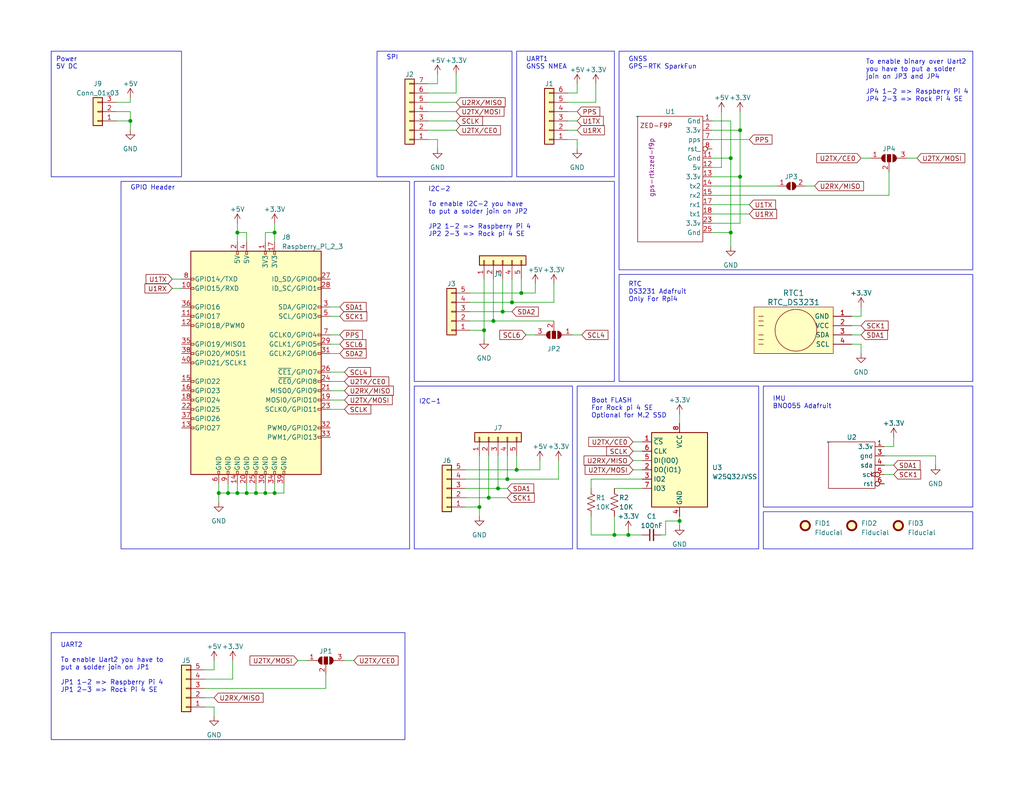
<source format=kicad_sch>
(kicad_sch (version 20230121) (generator eeschema)
  (paper "USLetter")
  (title_block (title "Hydroblock") (date "2023-02-20") (rev "0.2") (company "Cidco"))
  (lib_symbols
    (symbol "Connector:Raspberry_Pi_2_3" (pin_names (offset 1.016))
      (property "Reference" "J" (at -17.78 31.75 0))
      (property "Value" "Raspberry_Pi_2_3" (at 10.16 -31.75 0))
      (symbol "Raspberry_Pi_2_3_0_1"
        (rectangle (start -17.78 30.48) (end 17.78 -30.48) (stroke (width 0.254)) (fill (type background)))
      )
      (symbol "Raspberry_Pi_2_3_1_1"
        (rectangle (start -16.891 -17.526) (end -17.78 -18.034))
        (rectangle (start -16.891 -14.986) (end -17.78 -15.494))
        (rectangle (start -16.891 -12.446) (end -17.78 -12.954))
        (rectangle (start -16.891 -9.906) (end -17.78 -10.414))
        (rectangle (start -16.891 -7.366) (end -17.78 -7.874))
        (rectangle (start -16.891 -4.826) (end -17.78 -5.334))
        (rectangle (start -16.891 0.254) (end -17.78 -0.254))
        (rectangle (start -16.891 2.794) (end -17.78 2.286))
        (rectangle (start -16.891 5.334) (end -17.78 4.826))
        (rectangle (start -16.891 10.414) (end -17.78 9.906))
        (rectangle (start -16.891 12.954) (end -17.78 12.446))
        (rectangle (start -16.891 15.494) (end -17.78 14.986))
        (rectangle (start -16.891 20.574) (end -17.78 20.066))
        (rectangle (start -16.891 23.114) (end -17.78 22.606))
        (rectangle (start -10.414 -29.591) (end -9.906 -30.48))
        (rectangle (start -7.874 -29.591) (end -7.366 -30.48))
        (rectangle (start -5.334 -29.591) (end -4.826 -30.48))
        (rectangle (start -5.334 30.48) (end -4.826 29.591))
        (rectangle (start -2.794 -29.591) (end -2.286 -30.48))
        (rectangle (start -2.794 30.48) (end -2.286 29.591))
        (rectangle (start -0.254 -29.591) (end 0.254 -30.48))
        (rectangle (start 2.286 -29.591) (end 2.794 -30.48))
        (rectangle (start 2.286 30.48) (end 2.794 29.591))
        (rectangle (start 4.826 -29.591) (end 5.334 -30.48))
        (rectangle (start 4.826 30.48) (end 5.334 29.591))
        (rectangle (start 7.366 -29.591) (end 7.874 -30.48))
        (rectangle (start 17.78 -20.066) (end 16.891 -20.574))
        (rectangle (start 17.78 -17.526) (end 16.891 -18.034))
        (rectangle (start 17.78 -12.446) (end 16.891 -12.954))
        (rectangle (start 17.78 -9.906) (end 16.891 -10.414))
        (rectangle (start 17.78 -7.366) (end 16.891 -7.874))
        (rectangle (start 17.78 -4.826) (end 16.891 -5.334))
        (rectangle (start 17.78 -2.286) (end 16.891 -2.794))
        (rectangle (start 17.78 2.794) (end 16.891 2.286))
        (rectangle (start 17.78 5.334) (end 16.891 4.826))
        (rectangle (start 17.78 7.874) (end 16.891 7.366))
        (rectangle (start 17.78 12.954) (end 16.891 12.446))
        (rectangle (start 17.78 15.494) (end 16.891 14.986))
        (rectangle (start 17.78 20.574) (end 16.891 20.066))
        (rectangle (start 17.78 23.114) (end 16.891 22.606))
        (pin power_in line (at 2.54 33.02 270) (length 2.54) (name "3V3") (number "1"))
        (pin bidirectional line (at -20.32 20.32 0) (length 2.54) (name "GPIO15/RXD") (number "10"))
        (pin bidirectional line (at -20.32 12.7 0) (length 2.54) (name "GPIO17") (number "11"))
        (pin bidirectional line (at -20.32 10.16 0) (length 2.54) (name "GPIO18/PWM0") (number "12"))
        (pin bidirectional line (at -20.32 -17.78 0) (length 2.54) (name "GPIO27") (number "13"))
        (pin power_in line (at -5.08 -33.02 90) (length 2.54) (name "GND") (number "14"))
        (pin bidirectional line (at -20.32 -5.08 0) (length 2.54) (name "GPIO22") (number "15"))
        (pin bidirectional line (at -20.32 -7.62 0) (length 2.54) (name "GPIO23") (number "16"))
        (pin power_in line (at 5.08 33.02 270) (length 2.54) (name "3V3") (number "17"))
        (pin bidirectional line (at -20.32 -10.16 0) (length 2.54) (name "GPIO24") (number "18"))
        (pin bidirectional line (at 20.32 -10.16 180) (length 2.54) (name "MOSI0/GPIO10") (number "19"))
        (pin power_in line (at -5.08 33.02 270) (length 2.54) (name "5V") (number "2"))
        (pin power_in line (at -2.54 -33.02 90) (length 2.54) (name "GND") (number "20"))
        (pin bidirectional line (at 20.32 -7.62 180) (length 2.54) (name "MISO0/GPIO9") (number "21"))
        (pin bidirectional line (at -20.32 -12.7 0) (length 2.54) (name "GPIO25") (number "22"))
        (pin bidirectional line (at 20.32 -12.7 180) (length 2.54) (name "SCLK0/GPIO11") (number "23"))
        (pin bidirectional line (at 20.32 -5.08 180) (length 2.54) (name "~{CE0}/GPIO8") (number "24"))
        (pin power_in line (at 0 -33.02 90) (length 2.54) (name "GND") (number "25"))
        (pin bidirectional line (at 20.32 -2.54 180) (length 2.54) (name "~{CE1}/GPIO7") (number "26"))
        (pin bidirectional line (at 20.32 22.86 180) (length 2.54) (name "ID_SD/GPIO0") (number "27"))
        (pin bidirectional line (at 20.32 20.32 180) (length 2.54) (name "ID_SC/GPIO1") (number "28"))
        (pin bidirectional line (at 20.32 5.08 180) (length 2.54) (name "GCLK1/GPIO5") (number "29"))
        (pin bidirectional line (at 20.32 15.24 180) (length 2.54) (name "SDA/GPIO2") (number "3"))
        (pin power_in line (at 2.54 -33.02 90) (length 2.54) (name "GND") (number "30"))
        (pin bidirectional line (at 20.32 2.54 180) (length 2.54) (name "GCLK2/GPIO6") (number "31"))
        (pin bidirectional line (at 20.32 -17.78 180) (length 2.54) (name "PWM0/GPIO12") (number "32"))
        (pin bidirectional line (at 20.32 -20.32 180) (length 2.54) (name "PWM1/GPIO13") (number "33"))
        (pin power_in line (at 5.08 -33.02 90) (length 2.54) (name "GND") (number "34"))
        (pin bidirectional line (at -20.32 5.08 0) (length 2.54) (name "GPIO19/MISO1") (number "35"))
        (pin bidirectional line (at -20.32 15.24 0) (length 2.54) (name "GPIO16") (number "36"))
        (pin bidirectional line (at -20.32 -15.24 0) (length 2.54) (name "GPIO26") (number "37"))
        (pin bidirectional line (at -20.32 2.54 0) (length 2.54) (name "GPIO20/MOSI1") (number "38"))
        (pin power_in line (at 7.62 -33.02 90) (length 2.54) (name "GND") (number "39"))
        (pin power_in line (at -2.54 33.02 270) (length 2.54) (name "5V") (number "4"))
        (pin bidirectional line (at -20.32 0 0) (length 2.54) (name "GPIO21/SCLK1") (number "40"))
        (pin bidirectional line (at 20.32 12.7 180) (length 2.54) (name "SCL/GPIO3") (number "5"))
        (pin power_in line (at -10.16 -33.02 90) (length 2.54) (name "GND") (number "6"))
        (pin bidirectional line (at 20.32 7.62 180) (length 2.54) (name "GCLK0/GPIO4") (number "7"))
        (pin bidirectional line (at -20.32 22.86 0) (length 2.54) (name "GPIO14/TXD") (number "8"))
        (pin power_in line (at -7.62 -33.02 90) (length 2.54) (name "GND") (number "9"))
      )
    )
    (symbol "Connector_Generic:Conn_01x03" (pin_names (offset 1.016) hide)
      (property "Reference" "J" (at 0 5.08 0))
      (property "Value" "Conn_01x03" (at 0 -5.08 0))
      (symbol "Conn_01x03_1_1"
        (rectangle (start -1.27 -2.413) (end 0 -2.667) (stroke (width 0.1524)))
        (rectangle (start -1.27 0.127) (end 0 -0.127) (stroke (width 0.1524)))
        (rectangle (start -1.27 2.667) (end 0 2.413) (stroke (width 0.1524)))
        (rectangle (start -1.27 3.81) (end 1.27 -3.81) (stroke (width 0.254)) (fill (type background)))
        (pin passive line (at -5.08 2.54 0) (length 3.81) (name "Pin_1") (number "1"))
        (pin passive line (at -5.08 0 0) (length 3.81) (name "Pin_2") (number "2"))
        (pin passive line (at -5.08 -2.54 0) (length 3.81) (name "Pin_3") (number "3"))
      )
    )
    (symbol "Connector_Generic:Conn_01x05" (pin_names (offset 1.016) hide)
      (property "Reference" "J" (at 0 7.62 0))
      (property "Value" "Conn_01x05" (at 0 -7.62 0))
      (symbol "Conn_01x05_1_1"
        (rectangle (start -1.27 -4.953) (end 0 -5.207) (stroke (width 0.1524)))
        (rectangle (start -1.27 -2.413) (end 0 -2.667) (stroke (width 0.1524)))
        (rectangle (start -1.27 0.127) (end 0 -0.127) (stroke (width 0.1524)))
        (rectangle (start -1.27 2.667) (end 0 2.413) (stroke (width 0.1524)))
        (rectangle (start -1.27 5.207) (end 0 4.953) (stroke (width 0.1524)))
        (rectangle (start -1.27 6.35) (end 1.27 -6.35) (stroke (width 0.254)) (fill (type background)))
        (pin passive line (at -5.08 5.08 0) (length 3.81) (name "Pin_1") (number "1"))
        (pin passive line (at -5.08 2.54 0) (length 3.81) (name "Pin_2") (number "2"))
        (pin passive line (at -5.08 0 0) (length 3.81) (name "Pin_3") (number "3"))
        (pin passive line (at -5.08 -2.54 0) (length 3.81) (name "Pin_4") (number "4"))
        (pin passive line (at -5.08 -5.08 0) (length 3.81) (name "Pin_5") (number "5"))
      )
    )
    (symbol "Connector_Generic:Conn_01x06" (pin_names (offset 1.016) hide)
      (property "Reference" "J" (at 0 7.62 0))
      (property "Value" "Conn_01x06" (at 0 -10.16 0))
      (symbol "Conn_01x06_1_1"
        (rectangle (start -1.27 -7.493) (end 0 -7.747) (stroke (width 0.1524)))
        (rectangle (start -1.27 -4.953) (end 0 -5.207) (stroke (width 0.1524)))
        (rectangle (start -1.27 -2.413) (end 0 -2.667) (stroke (width 0.1524)))
        (rectangle (start -1.27 0.127) (end 0 -0.127) (stroke (width 0.1524)))
        (rectangle (start -1.27 2.667) (end 0 2.413) (stroke (width 0.1524)))
        (rectangle (start -1.27 5.207) (end 0 4.953) (stroke (width 0.1524)))
        (rectangle (start -1.27 6.35) (end 1.27 -8.89) (stroke (width 0.254)) (fill (type background)))
        (pin passive line (at -5.08 5.08 0) (length 3.81) (name "Pin_1") (number "1"))
        (pin passive line (at -5.08 2.54 0) (length 3.81) (name "Pin_2") (number "2"))
        (pin passive line (at -5.08 0 0) (length 3.81) (name "Pin_3") (number "3"))
        (pin passive line (at -5.08 -2.54 0) (length 3.81) (name "Pin_4") (number "4"))
        (pin passive line (at -5.08 -5.08 0) (length 3.81) (name "Pin_5") (number "5"))
        (pin passive line (at -5.08 -7.62 0) (length 3.81) (name "Pin_6") (number "6"))
      )
    )
    (symbol "Connector_Generic:Conn_01x07" (pin_names (offset 1.016) hide)
      (property "Reference" "J" (at 0 10.16 0))
      (property "Value" "Conn_01x07" (at 0 -10.16 0))
      (symbol "Conn_01x07_1_1"
        (rectangle (start -1.27 -7.493) (end 0 -7.747) (stroke (width 0.1524)))
        (rectangle (start -1.27 -4.953) (end 0 -5.207) (stroke (width 0.1524)))
        (rectangle (start -1.27 -2.413) (end 0 -2.667) (stroke (width 0.1524)))
        (rectangle (start -1.27 0.127) (end 0 -0.127) (stroke (width 0.1524)))
        (rectangle (start -1.27 2.667) (end 0 2.413) (stroke (width 0.1524)))
        (rectangle (start -1.27 5.207) (end 0 4.953) (stroke (width 0.1524)))
        (rectangle (start -1.27 7.747) (end 0 7.493) (stroke (width 0.1524)))
        (rectangle (start -1.27 8.89) (end 1.27 -8.89) (stroke (width 0.254)) (fill (type background)))
        (pin passive line (at -5.08 7.62 0) (length 3.81) (name "Pin_1") (number "1"))
        (pin passive line (at -5.08 5.08 0) (length 3.81) (name "Pin_2") (number "2"))
        (pin passive line (at -5.08 2.54 0) (length 3.81) (name "Pin_3") (number "3"))
        (pin passive line (at -5.08 0 0) (length 3.81) (name "Pin_4") (number "4"))
        (pin passive line (at -5.08 -2.54 0) (length 3.81) (name "Pin_5") (number "5"))
        (pin passive line (at -5.08 -5.08 0) (length 3.81) (name "Pin_6") (number "6"))
        (pin passive line (at -5.08 -7.62 0) (length 3.81) (name "Pin_7") (number "7"))
      )
    )
    (symbol "Device:C_Small" (pin_numbers hide) (pin_names (offset 0.254) hide)
      (property "Reference" "C" (at 0.254 1.778 0))
      (property "Value" "C_Small" (at 0.254 -2.032 0))
      (symbol "C_Small_0_1"
        (polyline (pts (xy -1.524 -0.508) (xy 1.524 -0.508)) (stroke (width 0.3302)))
        (polyline (pts (xy -1.524 0.508) (xy 1.524 0.508)) (stroke (width 0.3048)))
      )
      (symbol "C_Small_1_1"
        (pin passive line (at 0 2.54 270) (length 2.032) (name "~") (number "1"))
        (pin passive line (at 0 -2.54 90) (length 2.032) (name "~") (number "2"))
      )
    )
    (symbol "Device:R_US" (pin_numbers hide) (pin_names (offset 0))
      (property "Reference" "R" (at 2.54 0 90))
      (property "Value" "R_US" (at -2.54 0 90))
      (symbol "R_US_0_1"
        (polyline (pts (xy 0 -2.286) (xy 0 -2.54)))
        (polyline (pts (xy 0 2.286) (xy 0 2.54)))
        (polyline (pts (xy 0 -0.762) (xy 1.016 -1.143) (xy 0 -1.524) (xy -1.016 -1.905) (xy 0 -2.286)))
        (polyline (pts (xy 0 0.762) (xy 1.016 0.381) (xy 0 0) (xy -1.016 -0.381) (xy 0 -0.762)))
        (polyline (pts (xy 0 2.286) (xy 1.016 1.905) (xy 0 1.524) (xy -1.016 1.143) (xy 0 0.762)))
      )
      (symbol "R_US_1_1"
        (pin passive line (at 0 3.81 270) (length 1.27) (name "~") (number "1"))
        (pin passive line (at 0 -3.81 90) (length 1.27) (name "~") (number "2"))
      )
    )
    (symbol "Jumper:SolderJumper_2_Open" (pin_names (offset 0) hide)
      (property "Reference" "JP" (at 0 2.032 0))
      (property "Value" "SolderJumper_2_Open" (at 0 -2.54 0))
      (symbol "SolderJumper_2_Open_0_1"
        (arc (start -0.254 1.016) (mid -1.2656 0) (end -0.254 -1.016))
        (arc (start -0.254 1.016) (mid -1.2656 0) (end -0.254 -1.016) (fill (type outline)))
        (polyline (pts (xy -0.254 1.016) (xy -0.254 -1.016)))
        (polyline (pts (xy 0.254 1.016) (xy 0.254 -1.016)))
        (arc (start 0.254 -1.016) (mid 1.2656 0) (end 0.254 1.016))
        (arc (start 0.254 -1.016) (mid 1.2656 0) (end 0.254 1.016) (fill (type outline)))
      )
      (symbol "SolderJumper_2_Open_1_1"
        (pin passive line (at -3.81 0 0) (length 2.54) (name "A") (number "1"))
        (pin passive line (at 3.81 0 180) (length 2.54) (name "B") (number "2"))
      )
    )
    (symbol "Jumper:SolderJumper_3_Open" (pin_names (offset 0) hide)
      (property "Reference" "JP" (at -2.54 -2.54 0))
      (property "Value" "SolderJumper_3_Open" (at 0 2.794 0))
      (symbol "SolderJumper_3_Open_0_1"
        (arc (start -1.016 1.016) (mid -2.0276 0) (end -1.016 -1.016))
        (arc (start -1.016 1.016) (mid -2.0276 0) (end -1.016 -1.016) (fill (type outline)))
        (rectangle (start -0.508 1.016) (end 0.508 -1.016) (fill (type outline)))
        (polyline (pts (xy -2.54 0) (xy -2.032 0)))
        (polyline (pts (xy -1.016 1.016) (xy -1.016 -1.016)))
        (polyline (pts (xy 0 -1.27) (xy 0 -1.016)))
        (polyline (pts (xy 1.016 1.016) (xy 1.016 -1.016)))
        (polyline (pts (xy 2.54 0) (xy 2.032 0)))
        (arc (start 1.016 -1.016) (mid 2.0276 0) (end 1.016 1.016))
        (arc (start 1.016 -1.016) (mid 2.0276 0) (end 1.016 1.016) (fill (type outline)))
      )
      (symbol "SolderJumper_3_Open_1_1"
        (pin passive line (at -5.08 0 0) (length 2.54) (name "A") (number "1"))
        (pin passive line (at 0 -3.81 90) (length 2.54) (name "C") (number "2"))
        (pin passive line (at 5.08 0 180) (length 2.54) (name "B") (number "3"))
      )
    )
    (symbol "Mechanical:Fiducial"
      (property "Reference" "FID" (at 0 5.08 0))
      (property "Value" "Fiducial" (at 0 3.175 0))
      (symbol "Fiducial_0_1"
        (circle (center 0 0) (radius 1.27) (stroke (width 0.508)) (fill (type background)))
      )
    )
    (symbol "Memory_Flash:W25Q32JVSS"
      (property "Reference" "U" (at -6.35 11.43 0))
      (property "Value" "W25Q32JVSS" (at 7.62 11.43 0))
      (symbol "W25Q32JVSS_0_1"
        (rectangle (start -7.62 10.16) (end 7.62 -10.16) (stroke (width 0.254)) (fill (type background)))
      )
      (symbol "W25Q32JVSS_1_1"
        (pin input line (at -10.16 7.62 0) (length 2.54) (name "~{CS}") (number "1"))
        (pin bidirectional line (at -10.16 0 0) (length 2.54) (name "DO(IO1)") (number "2"))
        (pin bidirectional line (at -10.16 -2.54 0) (length 2.54) (name "IO2") (number "3"))
        (pin power_in line (at 0 -12.7 90) (length 2.54) (name "GND") (number "4"))
        (pin bidirectional line (at -10.16 2.54 0) (length 2.54) (name "DI(IO0)") (number "5"))
        (pin input line (at -10.16 5.08 0) (length 2.54) (name "CLK") (number "6"))
        (pin bidirectional line (at -10.16 -5.08 0) (length 2.54) (name "IO3") (number "7"))
        (pin power_in line (at 0 12.7 270) (length 2.54) (name "VCC") (number "8"))
      )
    )
    (symbol "gps-rtk:Zed-F9P"
      (property "Reference" "U1" (at 8.89 1.27 0))
      (property "Value" "~" (at 0 0 0))
      (property "Footprint" "gps-rtk:zed-f9p" (at 3.81 -13.97 90))
      (symbol "Zed-F9P_0_1"
        (rectangle (start 0 0) (end 17.78 -34.29))
        (text "ZED-F9P" (at 5.08 -2.54 0) (effects (font (size 1.27 1.27))))
      )
      (symbol "Zed-F9P_1_1"
        (pin power_in line (at 20.32 -1.27 180) (length 2.54) (name "Gnd") (number "1"))
        (pin power_in line (at 20.32 -11.43 180) (length 2.54) (name "Gnd") (number "11"))
        (pin power_in line (at 20.32 -13.97 180) (length 2.54) (name "5v") (number "12"))
        (pin power_in line (at 20.32 -16.51 180) (length 2.54) (name "3.3v") (number "13"))
        (pin output line (at 20.32 -19.05 180) (length 2.54) (name "tx2") (number "14"))
        (pin input line (at 20.32 -21.59 180) (length 2.54) (name "rx2") (number "15"))
        (pin input line (at 20.32 -24.13 180) (length 2.54) (name "rx1") (number "17"))
        (pin output line (at 20.32 -26.67 180) (length 2.54) (name "tx1") (number "18"))
        (pin power_in line (at 20.32 -3.81 180) (length 2.54) (name "3.3v") (number "2"))
        (pin power_in line (at 20.32 -29.21 180) (length 2.54) (name "3.3v") (number "23"))
        (pin power_in line (at 20.32 -31.75 180) (length 2.54) (name "Gnd") (number "25"))
        (pin output line (at 20.32 -6.35 180) (length 2.54) (name "pps") (number "7"))
        (pin input inverted (at 20.32 -8.89 180) (length 2.54) (name "rst_") (number "8"))
      )
    )
    (symbol "imu:BNO055"
      (property "Reference" "U" (at 0 0 0))
      (symbol "BNO055_0_1"
        (rectangle (start 0 0) (end 12.7 -12.7))
      )
      (symbol "BNO055_1_1"
        (pin power_in line (at 15.24 -1.27 180) (length 2.54) (name "3.3v") (number "1"))
        (pin power_in line (at 15.24 -3.81 180) (length 2.54) (name "gnd") (number "3"))
        (pin bidirectional line (at 15.24 -6.35 180) (length 2.54) (name "sda") (number "4"))
        (pin input inverted_clock (at 15.24 -8.89 180) (length 2.54) (name "scl") (number "5"))
        (pin input inverted (at 15.24 -11.43 180) (length 2.54) (name "rst") (number "6"))
      )
    )
    (symbol "megasaturnv_custom_components:RTC_DS3231" (pin_names (offset 1.016))
      (property "Reference" "RTC1" (at -0.635 11.43 0))
      (property "Value" "RTC_DS3231" (at -0.635 8.89 0))
      (property "Footprint" "megasaturnv_custom_components:RTC_DS3231" (at -5.08 0 0))
      (symbol "RTC_DS3231_0_1"
        (rectangle (start -11.43 7.62) (end 10.16 -5.08) (fill (type background)))
        (polyline (pts (xy -10.16 -2.54) (xy -8.89 -2.54)))
        (polyline (pts (xy -10.16 -1.27) (xy -8.89 -1.27)))
        (polyline (pts (xy -10.16 0) (xy -8.89 0)))
        (polyline (pts (xy -10.16 2.54) (xy -8.89 2.54)))
        (polyline (pts (xy -10.16 3.81) (xy -8.89 3.81)))
        (polyline (pts (xy -10.16 5.08) (xy -8.89 5.08)))
        (circle (center 0 1.27) (radius 5.6896))
      )
      (symbol "RTC_DS3231_1_1"
        (pin power_in line (at 15.24 5.08 180) (length 5.08) (name "GND") (number "1"))
        (pin power_in line (at 15.24 2.54 180) (length 5.08) (name "VCC") (number "2"))
        (pin bidirectional line (at 15.24 0 180) (length 5.08) (name "SDA") (number "3"))
        (pin input line (at 15.24 -2.54 180) (length 5.08) (name "SCL") (number "4"))
      )
    )
    (symbol "power:+3.3V" (power) (pin_names (offset 0))
      (property "Value" "+3.3V" (at 0 3.556 0))
      (symbol "+3.3V_0_1"
        (polyline (pts (xy -0.762 1.27) (xy 0 2.54)))
        (polyline (pts (xy 0 0) (xy 0 2.54)))
        (polyline (pts (xy 0 2.54) (xy 0.762 1.27)))
      )
      (symbol "+3.3V_1_1"
        (pin power_in line (at 0 0 90) (length 0) hide (name "+3.3V") (number "1"))
      )
    )
    (symbol "power:+5V" (power) (pin_names (offset 0))
      (property "Value" "+5V" (at 0 3.556 0))
      (symbol "+5V_0_1"
        (polyline (pts (xy -0.762 1.27) (xy 0 2.54)))
        (polyline (pts (xy 0 0) (xy 0 2.54)))
        (polyline (pts (xy 0 2.54) (xy 0.762 1.27)))
      )
      (symbol "+5V_1_1"
        (pin power_in line (at 0 0 90) (length 0) hide (name "+5V") (number "1"))
      )
    )
    (symbol "power:GND" (power) (pin_names (offset 0))
      (property "Value" "GND" (at 0 -3.81 0))
      (symbol "GND_0_1"
        (polyline (pts (xy 0 0) (xy 0 -1.27) (xy 1.27 -1.27) (xy 0 -2.54) (xy -1.27 -1.27) (xy 0 -1.27)))
      )
      (symbol "GND_1_1"
        (pin power_in line (at 0 0 270) (length 0) hide (name "GND") (number "1"))
      )
    )
  )
  (junction (at 139.7 82.55))
  (junction (at 74.93 63.5))
  (junction (at 59.69 134.62))
  (junction (at 199.39 43.18))
  (junction (at 171.45 146.05))
  (junction (at 134.62 87.63))
  (junction (at 142.24 80.01))
  (junction (at 67.31 134.62))
  (junction (at 201.93 35.56))
  (junction (at 133.35 135.89))
  (junction (at 72.39 134.62))
  (junction (at 132.08 90.17))
  (junction (at 199.39 63.5))
  (junction (at 167.64 146.05))
  (junction (at 137.16 85.09))
  (junction (at 138.43 130.81))
  (junction (at 201.93 48.26))
  (junction (at 140.97 128.27))
  (junction (at 130.81 138.43))
  (junction (at 74.93 134.62))
  (junction (at 69.85 134.62))
  (junction (at 64.77 63.5))
  (junction (at 64.77 134.62))
  (junction (at 185.42 142.24))
  (junction (at 35.56 33.02))
  (junction (at 135.89 133.35))
  (junction (at 62.23 134.62))
  (wire (pts (xy 77.47 134.62) (xy 74.93 134.62)))
  (wire (pts (xy 35.56 30.48) (xy 35.56 33.02)))
  (wire (pts (xy 90.17 83.82) (xy 92.71 83.82)))
  (wire (pts (xy 181.61 142.24) (xy 185.42 142.24)))
  (wire (pts (xy 128.27 85.09) (xy 137.16 85.09)))
  (wire (pts (xy 232.41 86.36) (xy 234.95 86.36)))
  (wire (pts (xy 194.31 60.96) (xy 201.93 60.96)))
  (wire (pts (xy 242.57 46.99) (xy 242.57 53.34)))
  (wire (pts (xy 63.5 185.42) (xy 55.88 185.42)))
  (wire (pts (xy 194.31 33.02) (xy 199.39 33.02)))
  (wire (pts (xy 234.95 86.36) (xy 234.95 83.82)))
  (wire (pts (xy 172.72 123.19) (xy 175.26 123.19)))
  (wire (pts (xy 74.93 63.5) (xy 74.93 66.04)))
  (wire (pts (xy 157.48 25.4) (xy 157.48 22.86)))
  (wire (pts (xy 119.38 22.86) (xy 119.38 20.32)))
  (wire (pts (xy 127 135.89) (xy 133.35 135.89)))
  (wire (pts (xy 194.31 58.42) (xy 204.47 58.42)))
  (wire (pts (xy 135.89 133.35) (xy 138.43 133.35)))
  (wire (pts (xy 46.99 76.2) (xy 49.53 76.2)))
  (wire (pts (xy 90.17 96.52) (xy 92.71 96.52)))
  (wire (pts (xy 31.75 27.94) (xy 35.56 27.94)))
  (wire (pts (xy 194.31 48.26) (xy 201.93 48.26)))
  (wire (pts (xy 88.9 184.15) (xy 88.9 187.96)))
  (wire (pts (xy 58.42 182.88) (xy 58.42 180.34)))
  (wire (pts (xy 69.85 132.08) (xy 69.85 134.62)))
  (wire (pts (xy 201.93 48.26) (xy 201.93 35.56)))
  (wire (pts (xy 72.39 66.04) (xy 72.39 63.5)))
  (wire (pts (xy 157.48 38.1) (xy 157.48 40.64)))
  (wire (pts (xy 199.39 33.02) (xy 199.39 43.18)))
  (wire (pts (xy 147.32 125.73) (xy 147.32 128.27)))
  (wire (pts (xy 201.93 60.96) (xy 201.93 48.26)))
  (wire (pts (xy 132.08 76.2) (xy 132.08 90.17)))
  (wire (pts (xy 156.21 91.44) (xy 158.75 91.44)))
  (wire (pts (xy 116.84 22.86) (xy 119.38 22.86)))
  (wire (pts (xy 90.17 109.22) (xy 93.98 109.22)))
  (wire (pts (xy 124.46 25.4) (xy 124.46 20.32)))
  (wire (pts (xy 137.16 76.2) (xy 137.16 85.09)))
  (wire (pts (xy 64.77 134.62) (xy 62.23 134.62)))
  (wire (pts (xy 161.29 146.05) (xy 167.64 146.05)))
  (wire (pts (xy 127 138.43) (xy 130.81 138.43)))
  (wire (pts (xy 90.17 86.36) (xy 92.71 86.36)))
  (wire (pts (xy 67.31 132.08) (xy 67.31 134.62)))
  (wire (pts (xy 140.97 128.27) (xy 127 128.27)))
  (wire (pts (xy 116.84 35.56) (xy 124.46 35.56)))
  (wire (pts (xy 55.88 193.04) (xy 58.42 193.04)))
  (wire (pts (xy 167.64 140.97) (xy 167.64 146.05)))
  (wire (pts (xy 152.4 125.73) (xy 152.4 130.81)))
  (wire (pts (xy 180.34 146.05) (xy 181.61 146.05)))
  (wire (pts (xy 196.85 45.72) (xy 196.85 30.48)))
  (wire (pts (xy 67.31 63.5) (xy 64.77 63.5)))
  (wire (pts (xy 154.94 35.56) (xy 157.48 35.56)))
  (wire (pts (xy 74.93 60.96) (xy 74.93 63.5)))
  (wire (pts (xy 135.89 124.46) (xy 135.89 133.35)))
  (wire (pts (xy 194.31 38.1) (xy 204.47 38.1)))
  (wire (pts (xy 172.72 125.73) (xy 175.26 125.73)))
  (wire (pts (xy 140.97 124.46) (xy 140.97 128.27)))
  (wire (pts (xy 154.94 33.02) (xy 157.48 33.02)))
  (wire (pts (xy 241.3 121.92) (xy 243.84 121.92)))
  (wire (pts (xy 62.23 132.08) (xy 62.23 134.62)))
  (wire (pts (xy 185.42 142.24) (xy 185.42 143.51)))
  (wire (pts (xy 151.13 82.55) (xy 139.7 82.55)))
  (wire (pts (xy 63.5 180.34) (xy 63.5 185.42)))
  (wire (pts (xy 185.42 113.03) (xy 185.42 115.57)))
  (wire (pts (xy 88.9 187.96) (xy 55.88 187.96)))
  (wire (pts (xy 143.51 91.44) (xy 146.05 91.44)))
  (wire (pts (xy 219.71 50.8) (xy 222.25 50.8)))
  (wire (pts (xy 67.31 66.04) (xy 67.31 63.5)))
  (wire (pts (xy 234.95 43.18) (xy 237.49 43.18)))
  (wire (pts (xy 133.35 135.89) (xy 138.43 135.89)))
  (wire (pts (xy 69.85 134.62) (xy 67.31 134.62)))
  (wire (pts (xy 116.84 33.02) (xy 124.46 33.02)))
  (wire (pts (xy 147.32 128.27) (xy 140.97 128.27)))
  (wire (pts (xy 255.27 124.46) (xy 255.27 127)))
  (wire (pts (xy 232.41 88.9) (xy 234.95 88.9)))
  (wire (pts (xy 90.17 111.76) (xy 93.98 111.76)))
  (wire (pts (xy 134.62 87.63) (xy 128.27 87.63)))
  (wire (pts (xy 241.3 127) (xy 243.84 127)))
  (wire (pts (xy 154.94 27.94) (xy 162.56 27.94)))
  (wire (pts (xy 172.72 128.27) (xy 175.26 128.27)))
  (wire (pts (xy 134.62 87.63) (xy 151.13 87.63)))
  (wire (pts (xy 194.31 63.5) (xy 199.39 63.5)))
  (wire (pts (xy 142.24 76.2) (xy 142.24 80.01)))
  (wire (pts (xy 64.77 63.5) (xy 64.77 66.04)))
  (wire (pts (xy 132.08 90.17) (xy 132.08 92.71)))
  (wire (pts (xy 201.93 35.56) (xy 201.93 30.48)))
  (wire (pts (xy 72.39 134.62) (xy 69.85 134.62)))
  (wire (pts (xy 116.84 38.1) (xy 119.38 38.1)))
  (wire (pts (xy 138.43 130.81) (xy 127 130.81)))
  (wire (pts (xy 139.7 76.2) (xy 139.7 82.55)))
  (wire (pts (xy 154.94 30.48) (xy 157.48 30.48)))
  (wire (pts (xy 142.24 80.01) (xy 128.27 80.01)))
  (wire (pts (xy 130.81 138.43) (xy 130.81 140.97)))
  (wire (pts (xy 59.69 132.08) (xy 59.69 134.62)))
  (wire (pts (xy 67.31 134.62) (xy 64.77 134.62)))
  (wire (pts (xy 181.61 146.05) (xy 181.61 142.24)))
  (wire (pts (xy 81.28 180.34) (xy 83.82 180.34)))
  (wire (pts (xy 116.84 27.94) (xy 124.46 27.94)))
  (wire (pts (xy 72.39 63.5) (xy 74.93 63.5)))
  (wire (pts (xy 90.17 91.44) (xy 92.71 91.44)))
  (wire (pts (xy 199.39 63.5) (xy 199.39 67.31)))
  (wire (pts (xy 74.93 134.62) (xy 72.39 134.62)))
  (wire (pts (xy 241.3 129.54) (xy 243.84 129.54)))
  (wire (pts (xy 90.17 106.68) (xy 93.98 106.68)))
  (wire (pts (xy 133.35 124.46) (xy 133.35 135.89)))
  (wire (pts (xy 162.56 22.86) (xy 162.56 27.94)))
  (wire (pts (xy 172.72 120.65) (xy 175.26 120.65)))
  (wire (pts (xy 232.41 91.44) (xy 234.95 91.44)))
  (wire (pts (xy 161.29 130.81) (xy 161.29 133.35)))
  (wire (pts (xy 127 133.35) (xy 135.89 133.35)))
  (wire (pts (xy 151.13 77.47) (xy 151.13 82.55)))
  (wire (pts (xy 171.45 146.05) (xy 167.64 146.05)))
  (wire (pts (xy 90.17 93.98) (xy 92.71 93.98)))
  (wire (pts (xy 64.77 60.96) (xy 64.77 63.5)))
  (wire (pts (xy 146.05 77.47) (xy 146.05 80.01)))
  (wire (pts (xy 199.39 43.18) (xy 199.39 63.5)))
  (wire (pts (xy 35.56 27.94) (xy 35.56 26.67)))
  (wire (pts (xy 116.84 30.48) (xy 124.46 30.48)))
  (wire (pts (xy 167.64 133.35) (xy 175.26 133.35)))
  (wire (pts (xy 194.31 35.56) (xy 201.93 35.56)))
  (wire (pts (xy 138.43 124.46) (xy 138.43 130.81)))
  (wire (pts (xy 59.69 134.62) (xy 59.69 137.16)))
  (wire (pts (xy 175.26 130.81) (xy 161.29 130.81)))
  (wire (pts (xy 146.05 80.01) (xy 142.24 80.01)))
  (wire (pts (xy 128.27 90.17) (xy 132.08 90.17)))
  (wire (pts (xy 58.42 193.04) (xy 58.42 195.58)))
  (wire (pts (xy 134.62 76.2) (xy 134.62 87.63)))
  (wire (pts (xy 119.38 38.1) (xy 119.38 40.64)))
  (wire (pts (xy 77.47 132.08) (xy 77.47 134.62)))
  (wire (pts (xy 72.39 132.08) (xy 72.39 134.62)))
  (wire (pts (xy 194.31 55.88) (xy 204.47 55.88)))
  (wire (pts (xy 116.84 25.4) (xy 124.46 25.4)))
  (wire (pts (xy 31.75 30.48) (xy 35.56 30.48)))
  (wire (pts (xy 90.17 104.14) (xy 93.98 104.14)))
  (wire (pts (xy 194.31 50.8) (xy 212.09 50.8)))
  (wire (pts (xy 130.81 124.46) (xy 130.81 138.43)))
  (wire (pts (xy 55.88 190.5) (xy 58.42 190.5)))
  (wire (pts (xy 55.88 182.88) (xy 58.42 182.88)))
  (wire (pts (xy 46.99 78.74) (xy 49.53 78.74)))
  (wire (pts (xy 234.95 93.98) (xy 234.95 96.52)))
  (wire (pts (xy 31.75 33.02) (xy 35.56 33.02)))
  (wire (pts (xy 90.17 101.6) (xy 93.98 101.6)))
  (wire (pts (xy 247.65 43.18) (xy 250.19 43.18)))
  (wire (pts (xy 35.56 33.02) (xy 35.56 35.56)))
  (wire (pts (xy 62.23 134.62) (xy 59.69 134.62)))
  (wire (pts (xy 241.3 124.46) (xy 255.27 124.46)))
  (wire (pts (xy 194.31 45.72) (xy 196.85 45.72)))
  (wire (pts (xy 154.94 25.4) (xy 157.48 25.4)))
  (wire (pts (xy 137.16 85.09) (xy 139.7 85.09)))
  (wire (pts (xy 152.4 130.81) (xy 138.43 130.81)))
  (wire (pts (xy 194.31 53.34) (xy 242.57 53.34)))
  (wire (pts (xy 139.7 82.55) (xy 128.27 82.55)))
  (wire (pts (xy 175.26 146.05) (xy 171.45 146.05)))
  (wire (pts (xy 74.93 132.08) (xy 74.93 134.62)))
  (wire (pts (xy 243.84 121.92) (xy 243.84 119.38)))
  (wire (pts (xy 194.31 43.18) (xy 199.39 43.18)))
  (wire (pts (xy 161.29 140.97) (xy 161.29 146.05)))
  (wire (pts (xy 185.42 140.97) (xy 185.42 142.24)))
  (wire (pts (xy 64.77 132.08) (xy 64.77 134.62)))
  (wire (pts (xy 171.45 144.78) (xy 171.45 146.05)))
  (wire (pts (xy 232.41 93.98) (xy 234.95 93.98)))
  (wire (pts (xy 93.98 180.34) (xy 96.52 180.34)))
  (wire (pts (xy 154.94 38.1) (xy 157.48 38.1)))
  (rectangle (start 168.91 74.93) (end 265.43 104.14))
  (rectangle (start 113.03 105.41) (end 156.21 149.86))
  (rectangle (start 102.87 13.97) (end 139.7 48.26))
  (rectangle (start 208.28 105.41) (end 265.43 138.43))
  (rectangle (start 140.97 13.97) (end 167.64 48.26))
  (rectangle (start 157.48 105.41) (end 207.01 149.86))
  (rectangle (start 208.28 139.7) (end 265.43 149.86))
  (rectangle (start 13.97 13.97) (end 49.53 48.26))
  (rectangle (start 33.02 49.53) (end 111.76 149.86))
  (rectangle (start 113.03 49.53) (end 167.64 104.14))
  (rectangle (start 13.97 172.72) (end 110.49 201.93))
  (rectangle (start 168.91 13.97) (end 265.43 73.66))
  (text "SPI" (at 105.41 16.51 0) (effects (font (size 1.27 1.27)) (justify left bottom)))
  (text "Boot FLASH\nFor Rock pi 4 SE\nOptional for M.2 SSD" (at 161.29 114.3 0) (effects (font (size 1.27 1.27)) (justify left bottom)))
  (text "GPIO Header" (at 35.56 52.07 0) (effects (font (size 1.27 1.27)) (justify left bottom)))
  (text "I2C-1" (at 114.3 110.49 0) (effects (font (size 1.27 1.27)) (justify left bottom)))
  (text "Power\n5V DC" (at 15.24 19.05 0) (effects (font (size 1.27 1.27)) (justify left bottom)))
  (text "RTC \nDS3231 Adafruit\nOnly For Rpi4 " (at 171.45 82.55 0) (effects (font (size 1.27 1.27)) (justify left bottom)))
  (text "GNSS\nGPS-RTK SparkFun" (at 171.45 19.05 0) (effects (font (size 1.27 1.27)) (justify left bottom)))
  (text "To enable binary over Uart2 \nyou have to put a solder \njoin on JP3 and JP4\n\nJP4 1-2 => Raspberry Pi 4\nJP4 2-3 => Rock Pi 4 SE" (at 236.22 27.94 0) (effects (font (size 1.27 1.27)) (justify left bottom)))
  (text "UART2\n\nTo enable Uart2 you have to \nput a solder join on JP1\n\nJP1 1-2 => Raspberry Pi 4\nJP1 2-3 => Rock Pi 4 SE" (at 16.51 189.23 0) (effects (font (size 1.27 1.27)) (justify left bottom)))
  (text "I2C-2\n\nTo enable I2C-2 you have\nto put a solder join on JP2\n\nJP2 1-2 => Raspberry Pi 4\nJP2 2-3 => Rock pi 4 SE" (at 116.84 64.77 0) (effects (font (size 1.27 1.27)) (justify left bottom)))
  (text "IMU\nBNO055 Adafruit" (at 210.82 111.76 0) (effects (font (size 1.27 1.27)) (justify left bottom)))
  (text "UART1\nGNSS NMEA" (at 143.51 19.05 0) (effects (font (size 1.27 1.27)) (justify left bottom)))
  (global_label "U2TX{slash}CE0" (shape input) (at 234.95 43.18 180) (property "Intersheetrefs" "${INTERSHEET_REFS}" (effects hide)))
  (global_label "SCL6" (shape input) (at 143.51 91.44 180) (property "Intersheetrefs" "${INTERSHEET_REFS}" (effects hide)))
  (global_label "U2TX{slash}MOSI" (shape input) (at 250.19 43.18 0) (property "Intersheetrefs" "${INTERSHEET_REFS}" (effects hide)))
  (global_label "SCL4" (shape input) (at 93.98 101.6 0) (property "Intersheetrefs" "${INTERSHEET_REFS}" (effects hide)))
  (global_label "U2TX{slash}CE0" (shape input) (at 93.98 104.14 0) (property "Intersheetrefs" "${INTERSHEET_REFS}" (effects hide)))
  (global_label "SDA2" (shape input) (at 92.71 96.52 0) (property "Intersheetrefs" "${INTERSHEET_REFS}" (effects hide)))
  (global_label "U2TX{slash}MOSI" (shape input) (at 93.98 109.22 0) (property "Intersheetrefs" "${INTERSHEET_REFS}" (effects hide)))
  (global_label "U2TX{slash}CE0" (shape input) (at 96.52 180.34 0) (property "Intersheetrefs" "${INTERSHEET_REFS}" (effects hide)))
  (global_label "SCLK" (shape input) (at 172.72 123.19 180) (property "Intersheetrefs" "${INTERSHEET_REFS}" (effects hide)))
  (global_label "U2TX{slash}CE0" (shape input) (at 124.46 35.56 0) (property "Intersheetrefs" "${INTERSHEET_REFS}" (effects hide)))
  (global_label "SCK1" (shape input) (at 92.71 86.36 0) (property "Intersheetrefs" "${INTERSHEET_REFS}" (effects hide)))
  (global_label "SCLK" (shape input) (at 93.98 111.76 0) (property "Intersheetrefs" "${INTERSHEET_REFS}" (effects hide)))
  (global_label "SCK1" (shape input) (at 234.95 88.9 0) (property "Intersheetrefs" "${INTERSHEET_REFS}" (effects hide)))
  (global_label "U2RX{slash}MISO" (shape input) (at 58.42 190.5 0) (property "Intersheetrefs" "${INTERSHEET_REFS}" (effects hide)))
  (global_label "U2TX{slash}MOSI" (shape input) (at 124.46 30.48 0) (property "Intersheetrefs" "${INTERSHEET_REFS}" (effects hide)))
  (global_label "U2RX{slash}MISO" (shape input) (at 172.72 125.73 180) (property "Intersheetrefs" "${INTERSHEET_REFS}" (effects hide)))
  (global_label "SCK1" (shape input) (at 243.84 129.54 0) (property "Intersheetrefs" "${INTERSHEET_REFS}" (effects hide)))
  (global_label "PPS" (shape input) (at 204.47 38.1 0) (property "Intersheetrefs" "${INTERSHEET_REFS}" (effects hide)))
  (global_label "U2TX{slash}MOSI" (shape input) (at 81.28 180.34 180) (property "Intersheetrefs" "${INTERSHEET_REFS}" (effects hide)))
  (global_label "SCK1" (shape input) (at 138.43 135.89 0) (property "Intersheetrefs" "${INTERSHEET_REFS}" (effects hide)))
  (global_label "SDA2" (shape input) (at 139.7 85.09 0) (property "Intersheetrefs" "${INTERSHEET_REFS}" (effects hide)))
  (global_label "U2RX{slash}MISO" (shape input) (at 124.46 27.94 0) (property "Intersheetrefs" "${INTERSHEET_REFS}" (effects hide)))
  (global_label "U1RX" (shape input) (at 204.47 58.42 0) (property "Intersheetrefs" "${INTERSHEET_REFS}" (effects hide)))
  (global_label "U1RX" (shape input) (at 157.48 35.56 0) (property "Intersheetrefs" "${INTERSHEET_REFS}" (effects hide)))
  (global_label "U1RX" (shape input) (at 46.99 78.74 180) (property "Intersheetrefs" "${INTERSHEET_REFS}" (effects hide)))
  (global_label "SCL4" (shape input) (at 158.75 91.44 0) (property "Intersheetrefs" "${INTERSHEET_REFS}" (effects hide)))
  (global_label "U1TX" (shape input) (at 46.99 76.2 180) (property "Intersheetrefs" "${INTERSHEET_REFS}" (effects hide)))
  (global_label "U2RX{slash}MISO" (shape input) (at 222.25 50.8 0) (property "Intersheetrefs" "${INTERSHEET_REFS}" (effects hide)))
  (global_label "SDA1" (shape input) (at 243.84 127 0) (property "Intersheetrefs" "${INTERSHEET_REFS}" (effects hide)))
  (global_label "SDA1" (shape input) (at 138.43 133.35 0) (property "Intersheetrefs" "${INTERSHEET_REFS}" (effects hide)))
  (global_label "SCL6" (shape input) (at 92.71 93.98 0) (property "Intersheetrefs" "${INTERSHEET_REFS}" (effects hide)))
  (global_label "PPS" (shape input) (at 157.48 30.48 0) (property "Intersheetrefs" "${INTERSHEET_REFS}" (effects hide)))
  (global_label "U1TX" (shape input) (at 204.47 55.88 0) (property "Intersheetrefs" "${INTERSHEET_REFS}" (effects hide)))
  (global_label "U2TX{slash}MOSI" (shape input) (at 172.72 128.27 180) (property "Intersheetrefs" "${INTERSHEET_REFS}" (effects hide)))
  (global_label "SDA1" (shape input) (at 92.71 83.82 0) (property "Intersheetrefs" "${INTERSHEET_REFS}" (effects hide)))
  (global_label "PPS" (shape input) (at 92.71 91.44 0) (property "Intersheetrefs" "${INTERSHEET_REFS}" (effects hide)))
  (global_label "U2RX{slash}MISO" (shape input) (at 93.98 106.68 0) (property "Intersheetrefs" "${INTERSHEET_REFS}" (effects hide)))
  (global_label "U1TX" (shape input) (at 157.48 33.02 0) (property "Intersheetrefs" "${INTERSHEET_REFS}" (effects hide)))
  (global_label "U2TX{slash}CE0" (shape input) (at 172.72 120.65 180) (property "Intersheetrefs" "${INTERSHEET_REFS}" (effects hide)))
  (global_label "SDA1" (shape input) (at 234.95 91.44 0) (property "Intersheetrefs" "${INTERSHEET_REFS}" (effects hide)))
  (global_label "SCLK" (shape input) (at 124.46 33.02 0) (property "Intersheetrefs" "${INTERSHEET_REFS}" (effects hide)))
  (symbol (lib_id "power:+5V") (at 147.32 125.73 0) (mirror y) (unit 1)
    (property "Reference" "#PWR09" (effects hide))
    (property "Value" "+5V" (at 147.32 121.92 0))
  )
  (symbol (lib_id "Connector_Generic:Conn_01x05") (at 135.89 119.38 90) (unit 1)
    (property "Reference" "J7" (at 135.89 116.84 90))
    (property "Value" "Conn_01x05" (effects hide))
    (property "Footprint" "Connector_JST:JST_XH_B5B-XH-AM_1x05_P2.50mm_Vertical" (effects hide))
  )
  (symbol (lib_id "Jumper:SolderJumper_3_Open") (at 242.57 43.18 0) (unit 1)
    (property "Reference" "JP4" (at 242.57 40.64 0))
    (property "Value" "SolderJumper_3_Open" (effects hide))
    (property "Footprint" "Jumper:SolderJumper-3_P1.3mm_Open_RoundedPad1.0x1.5mm_NumberLabels" (effects hide))
  )
  (symbol (lib_id "power:+3.3V") (at 63.5 180.34 0) (unit 1)
    (property "Reference" "#PWR07" (effects hide))
    (property "Value" "+3.3V" (at 63.5 176.53 0))
  )
  (symbol (lib_id "power:+5V") (at 58.42 180.34 0) (mirror y) (unit 1)
    (property "Reference" "#PWR06" (effects hide))
    (property "Value" "+5V" (at 58.42 176.53 0))
  )
  (symbol (lib_id "power:GND") (at 59.69 137.16 0) (unit 1)
    (property "Reference" "#PWR03" (effects hide))
    (property "Value" "GND" (at 59.69 142.24 0))
  )
  (symbol (lib_id "power:+3.3V") (at 152.4 125.73 0) (unit 1)
    (property "Reference" "#PWR010" (effects hide))
    (property "Value" "+3.3V" (at 152.4 121.92 0))
  )
  (symbol (lib_id "power:GND") (at 185.42 143.51 0) (unit 1)
    (property "Reference" "#PWR019" (effects hide))
    (property "Value" "GND" (at 185.42 148.59 0))
  )
  (symbol (lib_id "Connector_Generic:Conn_01x05") (at 137.16 71.12 90) (unit 1)
    (property "Reference" "J4" (at 135.89 74.93 90))
    (property "Value" "Conn_01x05" (effects hide))
    (property "Footprint" "Connector_JST:JST_XH_B5B-XH-AM_1x05_P2.50mm_Vertical" (effects hide))
  )
  (symbol (lib_id "power:+5V") (at 119.38 20.32 0) (mirror y) (unit 1)
    (property "Reference" "#PWR015" (effects hide))
    (property "Value" "+5V" (at 119.38 16.51 0))
  )
  (symbol (lib_id "power:+3.3V") (at 124.46 20.32 0) (unit 1)
    (property "Reference" "#PWR016" (effects hide))
    (property "Value" "+3.3V" (at 124.46 16.51 0))
  )
  (symbol (lib_id "Mechanical:Fiducial") (at 219.71 143.51 0) (unit 1)
    (property "Reference" "FID1" (at 222.25 142.875 0) (effects (justify left)))
    (property "Value" "Fiducial" (at 222.25 145.415 0) (effects (justify left)))
    (property "Footprint" "Fiducial:Fiducial_0.75mm_Mask2.25mm" (effects hide))
  )
  (symbol (lib_id "Device:R_US") (at 167.64 137.16 0) (unit 1)
    (property "Reference" "R2" (at 168.91 135.89 0) (effects (justify left)))
    (property "Value" "10K" (at 168.91 138.43 0) (effects (justify left)))
    (property "Footprint" "Resistor_SMD:R_1206_3216Metric" (effects hide))
  )
  (symbol (lib_id "power:+5V") (at 35.56 26.67 0) (mirror y) (unit 1)
    (property "Reference" "#PWR04" (effects hide))
    (property "Value" "+5V" (at 35.56 22.86 0))
  )
  (symbol (lib_id "power:+3.3V") (at 185.42 113.03 0) (unit 1)
    (property "Reference" "#PWR018" (effects hide))
    (property "Value" "+3.3V" (at 185.42 109.22 0))
  )
  (symbol (lib_id "power:GND") (at 119.38 40.64 0) (unit 1)
    (property "Reference" "#PWR017" (effects hide))
    (property "Value" "GND" (at 119.38 45.72 0))
  )
  (symbol (lib_id "imu:BNO055") (at 226.06 120.65 0) (unit 1)
    (property "Reference" "U2" (at 232.41 119.38 0))
    (property "Value" "~" (at 226.06 120.65 0))
    (property "Footprint" "imu:bno055" (effects hide))
  )
  (symbol (lib_id "Connector_Generic:Conn_01x03") (at 26.67 30.48 180) (unit 1)
    (property "Reference" "J9" (at 26.67 22.86 0))
    (property "Value" "Conn_01x03" (at 26.67 25.4 0))
    (property "Footprint" "Connector_Phoenix_MSTB:PhoenixContact_MSTBVA_2,5_3-G-5,08_1x03_P5.08mm_Vertical" (effects hide))
  )
  (symbol (lib_id "power:GND") (at 132.08 92.71 0) (unit 1)
    (property "Reference" "#PWR014" (effects hide))
    (property "Value" "GND" (at 132.08 97.79 0))
  )
  (symbol (lib_id "power:+3.3V") (at 234.95 83.82 0) (unit 1)
    (property "Reference" "#PWR026" (effects hide))
    (property "Value" "+3.3V" (at 234.95 80.01 0))
  )
  (symbol (lib_id "power:GND") (at 157.48 40.64 0) (unit 1)
    (property "Reference" "#PWR020" (effects hide))
    (property "Value" "GND" (at 157.48 45.72 0))
  )
  (symbol (lib_id "Mechanical:Fiducial") (at 245.11 143.51 0) (unit 1)
    (property "Reference" "FID3" (at 247.65 142.875 0) (effects (justify left)))
    (property "Value" "Fiducial" (at 247.65 145.415 0) (effects (justify left)))
    (property "Footprint" "Fiducial:Fiducial_0.75mm_Mask2.25mm" (effects hide))
  )
  (symbol (lib_id "Connector_Generic:Conn_01x05") (at 123.19 85.09 180) (unit 1)
    (property "Reference" "J3" (at 123.19 77.47 0))
    (property "Value" "Conn_01x05" (effects hide))
    (property "Footprint" "Connector_JST:JST_XH_B5B-XH-AM_1x05_P2.50mm_Vertical" (effects hide))
  )
  (symbol (lib_id "Connector_Generic:Conn_01x05") (at 50.8 187.96 180) (unit 1)
    (property "Reference" "J5" (at 50.8 180.34 0))
    (property "Value" "Conn_01x06" (effects hide))
    (property "Footprint" "Connector_JST:JST_XH_B5B-XH-AM_1x05_P2.50mm_Vertical" (effects hide))
  )
  (symbol (lib_id "Device:C_Small") (at 177.8 146.05 90) (unit 1)
    (property "Reference" "C1" (at 177.8063 140.97 90))
    (property "Value" "100nF" (at 177.8063 143.51 90))
    (property "Footprint" "Capacitor_SMD:C_1206_3216Metric" (effects hide))
  )
  (symbol (lib_id "power:GND") (at 130.81 140.97 0) (unit 1)
    (property "Reference" "#PWR011" (effects hide))
    (property "Value" "GND" (at 130.81 146.05 0))
  )
  (symbol (lib_id "power:+5V") (at 157.48 22.86 0) (mirror y) (unit 1)
    (property "Reference" "#PWR023" (effects hide))
    (property "Value" "+5V" (at 157.48 19.05 0))
  )
  (symbol (lib_id "power:GND") (at 255.27 127 0) (unit 1)
    (property "Reference" "#PWR028" (effects hide))
    (property "Value" "GND" (at 255.27 132.08 0))
  )
  (symbol (lib_id "Connector:Raspberry_Pi_2_3") (at 69.85 99.06 0) (unit 1)
    (property "Reference" "J8" (at 76.8859 64.77 0) (effects (justify left)))
    (property "Value" "Raspberry_Pi_2_3" (at 76.8859 67.31 0) (effects (justify left)))
    (property "Footprint" "Connector_PinSocket_2.54mm:PinSocket_2x20_P2.54mm_Vertical" (effects hide))
    (property "Datasheet" "https://www.raspberrypi.org/documentation/hardware/raspberrypi/schematics/rpi_SCH_3bplus_1p0_reduced.pdf" (effects hide))
  )
  (symbol (lib_id "Jumper:SolderJumper_2_Open") (at 215.9 50.8 0) (unit 1)
    (property "Reference" "JP3" (at 215.9 48.26 0))
    (property "Value" "SolderJumper_2_Open" (effects hide))
    (property "Footprint" "Jumper:SolderJumper-2_P1.3mm_Open_RoundedPad1.0x1.5mm" (effects hide))
  )
  (symbol (lib_id "Mechanical:Fiducial") (at 232.41 143.51 0) (unit 1)
    (property "Reference" "FID2" (at 234.95 142.875 0) (effects (justify left)))
    (property "Value" "Fiducial" (at 234.95 145.415 0) (effects (justify left)))
    (property "Footprint" "Fiducial:Fiducial_0.75mm_Mask2.25mm" (effects hide))
  )
  (symbol (lib_id "power:+3.3V") (at 162.56 22.86 0) (unit 1)
    (property "Reference" "#PWR024" (effects hide))
    (property "Value" "+3.3V" (at 162.56 19.05 0))
  )
  (symbol (lib_id "power:+3.3V") (at 201.93 30.48 0) (unit 1)
    (property "Reference" "#PWR022" (effects hide))
    (property "Value" "+3.3V" (at 201.93 26.67 0))
  )
  (symbol (lib_id "power:GND") (at 234.95 96.52 0) (unit 1)
    (property "Reference" "#PWR029" (effects hide))
    (property "Value" "GND" (at 234.95 101.6 0))
  )
  (symbol (lib_id "power:+5V") (at 146.05 77.47 0) (mirror y) (unit 1)
    (property "Reference" "#PWR012" (effects hide))
    (property "Value" "+5V" (at 146.05 73.66 0))
  )
  (symbol (lib_id "Jumper:SolderJumper_3_Open") (at 88.9 180.34 0) (unit 1)
    (property "Reference" "JP1" (at 88.9 177.8 0))
    (property "Value" "SolderJumper_3_Open" (effects hide))
    (property "Footprint" "Jumper:SolderJumper-3_P1.3mm_Open_RoundedPad1.0x1.5mm_NumberLabels" (effects hide))
  )
  (symbol (lib_id "power:+5V") (at 196.85 30.48 0) (mirror y) (unit 1)
    (property "Reference" "#PWR021" (effects hide))
    (property "Value" "+5V" (at 196.85 26.67 0))
  )
  (symbol (lib_id "power:GND") (at 199.39 67.31 0) (unit 1)
    (property "Reference" "#PWR025" (effects hide))
    (property "Value" "GND" (at 199.39 72.39 0))
  )
  (symbol (lib_id "power:+3.3V") (at 243.84 119.38 0) (unit 1)
    (property "Reference" "#PWR027" (effects hide))
    (property "Value" "+3.3V" (at 243.84 115.57 0))
  )
  (symbol (lib_id "Connector_Generic:Conn_01x05") (at 121.92 133.35 180) (unit 1)
    (property "Reference" "J6" (at 121.92 125.73 0))
    (property "Value" "Conn_01x05" (effects hide))
    (property "Footprint" "Connector_JST:JST_XH_B5B-XH-AM_1x05_P2.50mm_Vertical" (effects hide))
  )
  (symbol (lib_id "Connector_Generic:Conn_01x07") (at 111.76 30.48 180) (unit 1)
    (property "Reference" "J2" (at 111.76 20.32 0))
    (property "Value" "Conn_01x07" (effects hide))
    (property "Footprint" "Connector_JST:JST_XH_B7B-XH-AM_1x07_P2.50mm_Vertical" (effects hide))
  )
  (symbol (lib_id "Device:R_US") (at 161.29 137.16 0) (unit 1)
    (property "Reference" "R1" (at 162.56 135.89 0) (effects (justify left)))
    (property "Value" "10K" (at 162.56 138.43 0) (effects (justify left)))
    (property "Footprint" "Resistor_SMD:R_1206_3216Metric" (effects hide))
  )
  (symbol (lib_id "megasaturnv_custom_components:RTC_DS3231") (at 217.17 91.44 0) (unit 1)
    (property "Reference" "RTC1" (at 216.535 80.01 0) (effects (font (size 1.524 1.524))))
    (property "Value" "RTC_DS3231" (at 216.535 82.55 0) (effects (font (size 1.524 1.524))))
    (property "Footprint" "megasaturnv_custom_components:RTC_DS3231" (effects hide))
  )
  (symbol (lib_id "power:+3.3V") (at 151.13 77.47 0) (unit 1)
    (property "Reference" "#PWR013" (effects hide))
    (property "Value" "+3.3V" (at 151.13 73.66 0))
  )
  (symbol (lib_id "power:+3.3V") (at 74.93 60.96 0) (unit 1)
    (property "Reference" "#PWR01" (effects hide))
    (property "Value" "+3.3V" (at 74.93 57.15 0))
  )
  (symbol (lib_id "power:GND") (at 58.42 195.58 0) (unit 1)
    (property "Reference" "#PWR08" (effects hide))
    (property "Value" "GND" (at 58.42 200.66 0))
  )
  (symbol (lib_id "power:+3.3V") (at 171.45 144.78 0) (unit 1)
    (property "Reference" "#PWR030" (effects hide))
    (property "Value" "+3.3V" (at 171.45 140.97 0))
  )
  (symbol (lib_id "power:GND") (at 35.56 35.56 0) (unit 1)
    (property "Reference" "#PWR05" (effects hide))
    (property "Value" "GND" (at 35.56 40.64 0))
  )
  (symbol (lib_id "Jumper:SolderJumper_3_Open") (at 151.13 91.44 180) (unit 1)
    (property "Reference" "JP2" (at 151.13 95.25 0))
    (property "Value" "SolderJumper_3_Open" (effects hide))
    (property "Footprint" "Jumper:SolderJumper-3_P1.3mm_Open_RoundedPad1.0x1.5mm_NumberLabels" (effects hide))
  )
  (symbol (lib_id "Connector_Generic:Conn_01x06") (at 149.86 33.02 180) (unit 1)
    (property "Reference" "J1" (at 149.86 22.86 0))
    (property "Value" "Conn_01x05" (effects hide))
    (property "Footprint" "Connector_JST:JST_XH_B6B-XH-AM_1x06_P2.50mm_Vertical" (effects hide))
  )
  (symbol (lib_id "gps-rtk:Zed-F9P") (at 173.99 31.75 0) (unit 1)
    (property "Reference" "U1" (at 182.88 30.48 0))
    (property "Value" "~" (at 173.99 31.75 0))
    (property "Footprint" "gps-rtk:zed-f9p" (at 177.8 45.72 90))
  )
  (symbol (lib_id "Memory_Flash:W25Q32JVSS") (at 185.42 128.27 0) (unit 1)
    (property "Reference" "U3" (at 194.31 127.635 0) (effects (justify left)))
    (property "Value" "W25Q32JVSS" (at 194.31 130.175 0) (effects (justify left)))
    (property "Footprint" "Package_SO:SOIC-8_5.23x5.23mm_P1.27mm" (effects hide))
    (property "Datasheet" "http://www.winbond.com/resource-files/w25q32jv%20revg%2003272018%20plus.pdf" (effects hide))
  )
  (symbol (lib_id "power:+5V") (at 64.77 60.96 0) (mirror y) (unit 1)
    (property "Reference" "#PWR02" (effects hide))
    (property "Value" "+5V" (at 64.77 57.15 0))
  )
)
</source>
